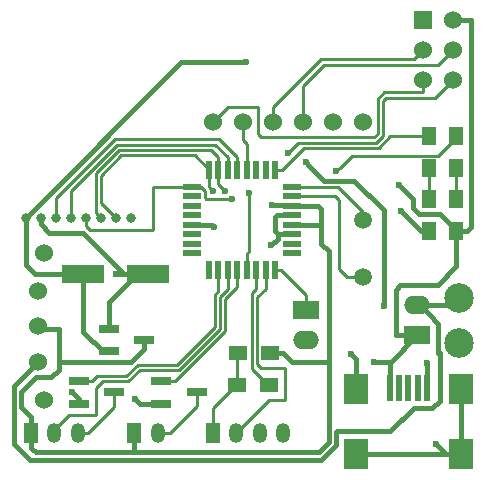
<source format=gtl>
G04 #@! TF.FileFunction,Copper,L1,Top,Signal*
%FSLAX46Y46*%
G04 Gerber Fmt 4.6, Leading zero omitted, Abs format (unit mm)*
G04 Created by KiCad (PCBNEW 4.0.2+e4-6225~38~ubuntu14.04.1-stable) date Sat Jul  9 19:21:58 2016*
%MOMM*%
G01*
G04 APERTURE LIST*
%ADD10C,0.150000*%
%ADD11R,1.198880X1.699260*%
%ADD12O,1.198880X1.699260*%
%ADD13R,1.800860X0.800100*%
%ADD14C,0.800000*%
%ADD15R,0.500380X2.301240*%
%ADD16R,1.998980X2.499360*%
%ADD17R,1.524000X1.524000*%
%ADD18C,1.524000*%
%ADD19C,2.499360*%
%ADD20R,2.199640X1.524000*%
%ADD21O,2.199640X1.524000*%
%ADD22R,1.600000X0.550000*%
%ADD23R,0.550000X1.600000*%
%ADD24R,3.599180X1.600200*%
%ADD25R,1.300000X1.500000*%
%ADD26R,1.500000X1.300000*%
%ADD27C,1.501140*%
%ADD28C,0.600000*%
%ADD29C,0.400000*%
%ADD30C,0.250000*%
G04 APERTURE END LIST*
D10*
D11*
X17701260Y3175000D03*
D12*
X19700240Y3175000D03*
X21701760Y3175000D03*
X23700740Y3175000D03*
D11*
X11064240Y3175000D03*
D12*
X13065760Y3175000D03*
D13*
X6372860Y7554000D03*
X6372860Y5654000D03*
X9375140Y6604000D03*
X13357860Y7554000D03*
X13357860Y5654000D03*
X16360140Y6604000D03*
X8912860Y11999000D03*
X8912860Y10099000D03*
X11915140Y11049000D03*
D14*
X1872000Y21380000D03*
X3145500Y21390400D03*
X4415500Y21390400D03*
X5685500Y21390400D03*
X6955500Y21390400D03*
X8225500Y21390400D03*
X9495500Y21390400D03*
X10765500Y21390400D03*
D15*
X32689800Y7005320D03*
X33489900Y7005320D03*
X34290000Y7005320D03*
X35090100Y7005320D03*
X35890200Y7005320D03*
D16*
X29839920Y6906260D03*
X29839920Y1407160D03*
X38740080Y6906260D03*
X38740080Y1407160D03*
D17*
X35560000Y38100000D03*
D18*
X38100000Y38100000D03*
X35560000Y35560000D03*
X38100000Y35560000D03*
X35560000Y33020000D03*
X38100000Y33020000D03*
D19*
X38608000Y14605000D03*
X38608000Y10795000D03*
D20*
X35052000Y11430000D03*
D21*
X35052000Y13970000D03*
D18*
X2900000Y9192000D03*
X2900000Y12192000D03*
X2900000Y15192000D03*
X3400000Y5942000D03*
X3400000Y18442000D03*
D11*
X2319020Y3175000D03*
D12*
X4318000Y3175000D03*
X6316980Y3175000D03*
D22*
X24443000Y18409000D03*
X24443000Y19209000D03*
X24443000Y20009000D03*
X24443000Y20809000D03*
X24443000Y21609000D03*
X24443000Y22409000D03*
X24443000Y23209000D03*
X24443000Y24009000D03*
D23*
X22993000Y25459000D03*
X22193000Y25459000D03*
X21393000Y25459000D03*
X20593000Y25459000D03*
X19793000Y25459000D03*
X18993000Y25459000D03*
X18193000Y25459000D03*
X17393000Y25459000D03*
D22*
X15943000Y24009000D03*
X15943000Y23209000D03*
X15943000Y22409000D03*
X15943000Y21609000D03*
X15943000Y20809000D03*
X15943000Y20009000D03*
X15943000Y19209000D03*
X15943000Y18409000D03*
D23*
X17393000Y16959000D03*
X18193000Y16959000D03*
X18993000Y16959000D03*
X19793000Y16959000D03*
X20593000Y16959000D03*
X21393000Y16959000D03*
X22193000Y16959000D03*
X22993000Y16959000D03*
D24*
X12275820Y16637000D03*
X6774180Y16637000D03*
D25*
X38354000Y20240000D03*
X38354000Y22940000D03*
D26*
X22479000Y7239000D03*
X19779000Y7239000D03*
D25*
X36068000Y22940000D03*
X36068000Y20240000D03*
X38354000Y28274000D03*
X38354000Y25574000D03*
D26*
X19859000Y9969500D03*
X22559000Y9969500D03*
D25*
X36068000Y25574000D03*
X36068000Y28274000D03*
D18*
X30480000Y29464000D03*
X27940000Y29464000D03*
X25400000Y29464000D03*
X22860000Y29464000D03*
X20320000Y29464000D03*
X17780000Y29464000D03*
D27*
X30480000Y16355060D03*
X30480000Y21236940D03*
D20*
X25654000Y13589000D03*
D21*
X25654000Y11049000D03*
D28*
X31369000Y9144000D03*
X33528000Y24130000D03*
X11176000Y6032500D03*
X33655000Y21971000D03*
X36639500Y2222500D03*
X35877500Y9080500D03*
X29464000Y9842500D03*
X5778500Y6604000D03*
X9525000Y16637000D03*
X22669500Y19050000D03*
X17843500Y20637500D03*
X20510500Y34544000D03*
X25590500Y26098500D03*
X32194500Y13906500D03*
X24063956Y26863044D03*
X20828000Y23495000D03*
X17780000Y23622000D03*
X18796000Y23622000D03*
X19367500Y22986996D03*
X28194000Y25338020D03*
X22733000Y22479000D03*
D29*
X38354000Y20240000D02*
X38354000Y17272000D01*
X38354000Y17272000D02*
X36766500Y15684500D01*
X36766500Y15684500D02*
X33591500Y15684500D01*
X33591500Y15684500D02*
X33210500Y15303500D01*
X33210500Y15303500D02*
X33210500Y11493500D01*
X33210500Y11493500D02*
X33274000Y11430000D01*
X33274000Y11430000D02*
X35052000Y11430000D01*
X38100000Y38100000D02*
X39624000Y38100000D01*
X39624000Y38100000D02*
X39624000Y20574000D01*
X39624000Y20574000D02*
X39290000Y20240000D01*
X39290000Y20240000D02*
X38354000Y20240000D01*
X31369000Y9144000D02*
X32613600Y9144000D01*
X32613600Y9144000D02*
X32689800Y9067800D01*
X36977000Y21717000D02*
X38354000Y20340000D01*
X38354000Y20340000D02*
X38354000Y20240000D01*
X35170998Y21717000D02*
X36977000Y21717000D01*
X34671000Y22987000D02*
X34671000Y22216998D01*
X34671000Y22216998D02*
X35170998Y21717000D01*
X33528000Y24130000D02*
X34671000Y22987000D01*
X32689800Y7905750D02*
X32689800Y7005320D01*
X32689800Y7005320D02*
X32689800Y9067800D01*
X32689800Y9067800D02*
X35052000Y11430000D01*
X3145500Y21390400D02*
X3145500Y20857500D01*
X10223500Y16637000D02*
X12275820Y16637000D01*
X6731000Y20129500D02*
X10223500Y16637000D01*
X3873500Y20129500D02*
X6731000Y20129500D01*
X3145500Y20857500D02*
X3873500Y20129500D01*
X13357860Y5654000D02*
X11554500Y5654000D01*
X11554500Y5654000D02*
X11176000Y6032500D01*
X36068000Y20240000D02*
X35386000Y20240000D01*
X35386000Y20240000D02*
X33655000Y21971000D01*
X38740080Y1407160D02*
X37454840Y1407160D01*
X37454840Y1407160D02*
X36639500Y2222500D01*
X35890200Y7005320D02*
X35890200Y9067800D01*
X35890200Y9067800D02*
X35877500Y9080500D01*
X38740080Y1407160D02*
X38740080Y6906260D01*
X29839920Y1407160D02*
X38740080Y1407160D01*
X29839920Y6906260D02*
X29839920Y9466580D01*
X29839920Y9466580D02*
X29464000Y9842500D01*
X6372860Y5654000D02*
X6372860Y6009640D01*
X6372860Y6009640D02*
X5778500Y6604000D01*
X8912860Y11999000D02*
X8912860Y14273530D01*
X11276330Y16637000D02*
X12275820Y16637000D01*
X8912860Y14273530D02*
X11276330Y16637000D01*
X12275820Y16637000D02*
X9525000Y16637000D01*
X23243000Y20009000D02*
X23243000Y19623500D01*
X23243000Y19623500D02*
X22669500Y19050000D01*
X22987000Y21463000D02*
X23133000Y21609000D01*
X23133000Y21609000D02*
X24443000Y21609000D01*
X22987000Y20265000D02*
X22987000Y21463000D01*
X24443000Y20009000D02*
X23243000Y20009000D01*
X23243000Y20009000D02*
X22987000Y20265000D01*
X15943000Y20809000D02*
X17672000Y20809000D01*
X17672000Y20809000D02*
X17843500Y20637500D01*
X15036000Y34544000D02*
X20086236Y34544000D01*
X20086236Y34544000D02*
X20510500Y34544000D01*
X1872000Y21380000D02*
X15036000Y34544000D01*
X8912860Y10099000D02*
X8412480Y10099000D01*
X8412480Y10099000D02*
X6774180Y11737300D01*
X6774180Y11737300D02*
X6774180Y15436900D01*
X6774180Y15436900D02*
X6774180Y16637000D01*
X1872000Y21380000D02*
X1872000Y17432000D01*
X2667000Y16637000D02*
X6774180Y16637000D01*
X1872000Y17432000D02*
X2667000Y16637000D01*
X27160499Y24528501D02*
X25890499Y25798501D01*
X29700499Y24528501D02*
X27160499Y24528501D01*
X32194500Y13906500D02*
X32194500Y22034500D01*
X25890499Y25798501D02*
X25590500Y26098500D01*
X32194500Y22034500D02*
X29700499Y24528501D01*
X2900000Y9192000D02*
X889000Y7181000D01*
X889000Y7181000D02*
X889000Y2222500D01*
X889000Y2222500D02*
X2222500Y889000D01*
X2222500Y889000D02*
X26924000Y889000D01*
X26924000Y889000D02*
X28194000Y2159000D01*
X28194000Y2159000D02*
X28194000Y3224579D01*
X28194000Y3224579D02*
X28271421Y3302000D01*
X28271421Y3302000D02*
X32766000Y3302000D01*
X32766000Y3302000D02*
X34720481Y5256481D01*
X34720481Y5256481D02*
X36307981Y5256481D01*
X36307981Y5256481D02*
X36957000Y5905500D01*
X36957000Y5905500D02*
X36957000Y9906000D01*
X36957000Y9906000D02*
X36830000Y9930180D01*
X36830000Y9930180D02*
X36830000Y12427000D01*
X36830000Y12427000D02*
X35389820Y13970000D01*
X35389820Y13970000D02*
X35052000Y13970000D01*
X35052000Y13970000D02*
X37973000Y13970000D01*
X37973000Y13970000D02*
X38608000Y14605000D01*
D30*
X38354000Y25574000D02*
X38354000Y24574000D01*
X38354000Y24574000D02*
X38354000Y22940000D01*
X36068000Y22940000D02*
X36068000Y23940000D01*
X36068000Y23940000D02*
X36068000Y25574000D01*
X21393000Y16959000D02*
X21393000Y15909000D01*
X21393000Y15909000D02*
X21382999Y15898999D01*
X21382999Y15898999D02*
X21382999Y15350499D01*
X21018500Y14986000D02*
X21018500Y8599500D01*
X21382999Y15350499D02*
X21018500Y14986000D01*
X21018500Y8599500D02*
X22379000Y7239000D01*
X22379000Y7239000D02*
X22479000Y7239000D01*
X31569112Y27760522D02*
X27800964Y27760522D01*
X27800964Y27760522D02*
X27785454Y27745012D01*
X32131000Y28322410D02*
X31569112Y27760522D01*
X32131000Y31242000D02*
X32131000Y28322410D01*
X32385000Y31496000D02*
X32131000Y31242000D01*
X27785454Y27745012D02*
X24945924Y27745012D01*
X36576000Y31496000D02*
X32385000Y31496000D01*
X38100000Y33020000D02*
X36576000Y31496000D01*
X24363955Y27163043D02*
X24063956Y26863044D01*
X24945924Y27745012D02*
X24363955Y27163043D01*
X20593000Y16959000D02*
X20593000Y18307000D01*
X20828000Y23495000D02*
X20828000Y18542000D01*
X20593000Y18307000D02*
X20828000Y18542000D01*
X19050000Y30734000D02*
X17780000Y29464000D01*
X21590000Y30734000D02*
X19050000Y30734000D01*
X21590000Y28448000D02*
X21590000Y30734000D01*
X27599054Y28195023D02*
X21842977Y28195023D01*
X27614564Y28210533D02*
X27599054Y28195023D01*
X31680989Y31428400D02*
X31680989Y28508809D01*
X35560000Y32004000D02*
X32256589Y32004000D01*
X32256589Y32004000D02*
X31680989Y31428400D01*
X21842977Y28195023D02*
X21590000Y28448000D01*
X31680989Y28508809D02*
X31382713Y28210533D01*
X31382713Y28210533D02*
X27614564Y28210533D01*
X35560000Y33020000D02*
X35560000Y32004000D01*
X9969500Y26670000D02*
X16182000Y26670000D01*
X8255000Y22630900D02*
X8255000Y24955500D01*
X9495500Y21390400D02*
X8255000Y22630900D01*
X16182000Y26670000D02*
X17393000Y25459000D01*
X8255000Y24955500D02*
X9969500Y26670000D01*
X17393000Y24009000D02*
X17393000Y25459000D01*
X17780000Y23622000D02*
X17393000Y24009000D01*
X7804989Y21810911D02*
X7804989Y25141900D01*
X18193000Y26509000D02*
X18193000Y25459000D01*
X8225500Y21390400D02*
X7804989Y21810911D01*
X7804989Y25141900D02*
X9783100Y27120011D01*
X9783100Y27120011D02*
X17581989Y27120011D01*
X17581989Y27120011D02*
X18193000Y26509000D01*
X18193000Y24225000D02*
X18193000Y25459000D01*
X18796000Y23622000D02*
X18193000Y24225000D01*
X22860000Y29464000D02*
X22860000Y30734000D01*
X34798000Y34798000D02*
X35560000Y35560000D01*
X26924000Y34798000D02*
X34798000Y34798000D01*
X22860000Y30734000D02*
X26924000Y34798000D01*
X18943236Y22986996D02*
X19367500Y22986996D01*
X17145004Y22986996D02*
X18943236Y22986996D01*
X17074801Y23057199D02*
X17145004Y22986996D01*
X15943000Y24009000D02*
X16756602Y24009000D01*
X17074801Y23690801D02*
X17074801Y23057199D01*
X16756602Y24009000D02*
X17074801Y23690801D01*
X25400000Y29464000D02*
X25400000Y32575500D01*
X25400000Y32575500D02*
X27114500Y34290000D01*
X27114500Y34290000D02*
X36830000Y34290000D01*
X36830000Y34290000D02*
X38100000Y35560000D01*
X6955500Y21390400D02*
X6955500Y20730500D01*
X7366000Y20320000D02*
X12700000Y20320000D01*
X6955500Y20730500D02*
X7366000Y20320000D01*
X12700000Y20320000D02*
X12700000Y24009000D01*
X12700000Y24009000D02*
X15943000Y24009000D01*
X5685500Y21956085D02*
X5685500Y21390400D01*
X9596700Y27570022D02*
X5685500Y23658822D01*
X18993000Y26509000D02*
X17931978Y27570022D01*
X5685500Y23658822D02*
X5685500Y21956085D01*
X18993000Y25459000D02*
X18993000Y26509000D01*
X17931978Y27570022D02*
X9596700Y27570022D01*
X17883977Y14871801D02*
X18193000Y15180823D01*
X18193000Y15180823D02*
X18193000Y15909000D01*
X17883977Y12168977D02*
X17883977Y14871801D01*
X14674011Y8959011D02*
X17883977Y12168977D01*
X11367677Y8959011D02*
X14674011Y8959011D01*
X10392656Y7983989D02*
X11367677Y8959011D01*
X7523290Y7554000D02*
X7953279Y7983989D01*
X18193000Y15909000D02*
X18193000Y16959000D01*
X6372860Y7554000D02*
X7523290Y7554000D01*
X7953279Y7983989D02*
X10392656Y7983989D01*
X13915200Y3175000D02*
X13065760Y3175000D01*
X14077477Y3175000D02*
X13915200Y3175000D01*
X16360140Y5457663D02*
X14077477Y3175000D01*
X16360140Y6604000D02*
X16360140Y5457663D01*
X28493999Y25638019D02*
X28194000Y25338020D01*
X36832499Y26652499D02*
X29508479Y26652499D01*
X38354000Y28174000D02*
X36832499Y26652499D01*
X38354000Y28274000D02*
X38354000Y28174000D01*
X29508479Y26652499D02*
X28493999Y25638019D01*
X14860411Y8509000D02*
X18333988Y11982577D01*
X8419636Y7533978D02*
X10579056Y7533978D01*
X18333988Y14685401D02*
X18993000Y15344413D01*
X7874000Y4699000D02*
X7874000Y6988342D01*
X5591810Y4699000D02*
X7874000Y4699000D01*
X4318000Y3175000D02*
X4318000Y3425190D01*
X11554078Y8509000D02*
X14860411Y8509000D01*
X18333988Y11982577D02*
X18333988Y14685401D01*
X10579056Y7533978D02*
X11554078Y8509000D01*
X18993000Y15344413D02*
X18993000Y16959000D01*
X4318000Y3425190D02*
X5591810Y4699000D01*
X7874000Y6988342D02*
X8419636Y7533978D01*
X22993000Y16959000D02*
X23518000Y16959000D01*
X23518000Y16959000D02*
X25654000Y14823000D01*
X25654000Y14823000D02*
X25654000Y14601000D01*
X25654000Y14601000D02*
X25654000Y13589000D01*
X9410300Y28020033D02*
X4415500Y23025233D01*
X18281967Y28020033D02*
X9410300Y28020033D01*
X19793000Y26509000D02*
X18281967Y28020033D01*
X4415500Y23025233D02*
X4415500Y21956085D01*
X19793000Y25459000D02*
X19793000Y26509000D01*
X4415500Y21956085D02*
X4415500Y21390400D01*
X19779000Y7239000D02*
X19779000Y9889500D01*
X19779000Y9889500D02*
X19859000Y9969500D01*
X19859000Y7319000D02*
X19779000Y7239000D01*
X17701260Y3175000D02*
X17701260Y5261260D01*
X17701260Y5261260D02*
X19679000Y7239000D01*
X19679000Y7239000D02*
X19779000Y7239000D01*
X17701260Y3175000D02*
X17701260Y2924810D01*
X17701260Y3175000D02*
X17701260Y3425190D01*
D29*
X24443000Y20809000D02*
X26905000Y20809000D01*
X26905000Y20809000D02*
X26924000Y20828000D01*
X26924000Y19211990D02*
X26924000Y20828000D01*
X26924000Y20828000D02*
X26924000Y22098000D01*
X27559000Y2372542D02*
X27559000Y9207500D01*
X27559000Y9207500D02*
X27559000Y18576990D01*
X23709000Y9969500D02*
X24471000Y9207500D01*
X22559000Y9969500D02*
X23709000Y9969500D01*
X24471000Y9207500D02*
X27559000Y9207500D01*
X27559000Y18576990D02*
X26924000Y19211990D01*
X26725698Y1539240D02*
X27559000Y2372542D01*
X11064240Y1539240D02*
X26725698Y1539240D01*
X4699000Y9144000D02*
X4699000Y8509000D01*
X4699000Y8509000D02*
X4064000Y7874000D01*
X4064000Y7874000D02*
X2794000Y7874000D01*
X2794000Y7874000D02*
X1524000Y6604000D01*
X1524000Y6604000D02*
X1524000Y5334000D01*
X1524000Y5334000D02*
X2319020Y4538980D01*
X2319020Y4538980D02*
X2319020Y3175000D01*
X4699000Y11938000D02*
X4699000Y9144000D01*
X5334000Y9144000D02*
X4699000Y9144000D01*
X11915140Y11049000D02*
X11915140Y10248950D01*
X11915140Y10248950D02*
X10810190Y9144000D01*
X10810190Y9144000D02*
X5334000Y9144000D01*
X4699000Y11938000D02*
X3154000Y11938000D01*
X11049000Y1524000D02*
X11064240Y1539240D01*
X11064240Y1539240D02*
X11064240Y3175000D01*
X2720390Y1524000D02*
X11049000Y1524000D01*
X2319020Y3175000D02*
X2319020Y1925370D01*
X2319020Y1925370D02*
X2720390Y1524000D01*
X22733000Y22479000D02*
X24373000Y22479000D01*
X24373000Y22479000D02*
X24443000Y22409000D01*
X3154000Y11938000D02*
X2900000Y12192000D01*
X26670000Y22352000D02*
X24500000Y22352000D01*
X26924000Y22098000D02*
X26670000Y22352000D01*
X26924000Y22098000D02*
X26924000Y22098000D01*
X24500000Y22352000D02*
X24443000Y22409000D01*
D30*
X23518000Y25459000D02*
X22993000Y25459000D01*
X27987364Y27310511D02*
X27971854Y27295001D01*
X32719000Y28274000D02*
X31755512Y27310511D01*
X27971854Y27295001D02*
X25420917Y27295001D01*
X36068000Y28274000D02*
X32719000Y28274000D01*
X23584916Y25459000D02*
X23518000Y25459000D01*
X25420917Y27295001D02*
X23584916Y25459000D01*
X31755512Y27310511D02*
X27987364Y27310511D01*
X19700240Y3175000D02*
X19700240Y3190240D01*
X19700240Y3190240D02*
X22479000Y5969000D01*
X22479000Y5969000D02*
X23876000Y5969000D01*
X23876000Y5969000D02*
X23876000Y8636000D01*
X23876000Y8636000D02*
X21844000Y8636000D01*
X21844000Y8636000D02*
X21483999Y8996001D01*
X21483999Y8996001D02*
X21483999Y14689499D01*
X21483999Y14689499D02*
X22193000Y15398500D01*
X22193000Y15398500D02*
X22193000Y16959000D01*
X19700240Y3175000D02*
X19700240Y2924810D01*
X24443000Y23209000D02*
X28099000Y23209000D01*
X28099000Y23209000D02*
X28448000Y22860000D01*
X28448000Y22860000D02*
X28448000Y17018000D01*
X28448000Y17018000D02*
X29110940Y16355060D01*
X29110940Y16355060D02*
X30480000Y16355060D01*
X25493000Y24009000D02*
X24443000Y24009000D01*
X25516011Y23985989D02*
X25493000Y24009000D01*
X28344011Y23985989D02*
X25516011Y23985989D01*
X30480000Y21850000D02*
X28344011Y23985989D01*
X20320000Y29464000D02*
X20320000Y27940000D01*
X20593000Y27667000D02*
X20593000Y25459000D01*
X20320000Y27940000D02*
X20593000Y27667000D01*
X18783999Y11796177D02*
X18783999Y14499001D01*
X19793000Y15508002D02*
X19793000Y15909000D01*
X19793000Y15909000D02*
X19793000Y16959000D01*
X18783999Y14499001D02*
X19793000Y15508002D01*
X14541822Y7554000D02*
X18783999Y11796177D01*
X13357860Y7554000D02*
X14541822Y7554000D01*
X7166420Y3175000D02*
X6316980Y3175000D01*
X9375140Y5383720D02*
X7166420Y3175000D01*
X9375140Y6604000D02*
X9375140Y5383720D01*
M02*

</source>
